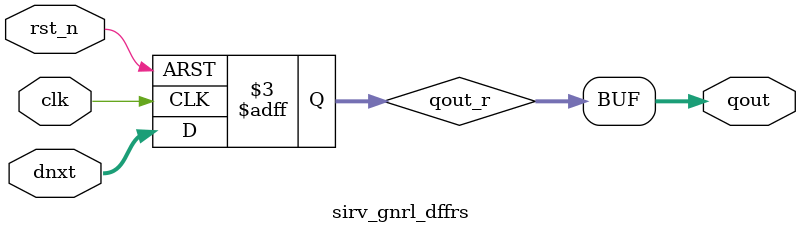
<source format=v>
module sirv_gnrl_dffrs # (
  parameter DW = 32
) (

  input      [DW-1:0] dnxt,
  output     [DW-1:0] qout,

  input               clk,
  input               rst_n
);

reg [DW-1:0] qout_r;

always @(posedge clk or negedge rst_n)
begin : DFFRS_PROC
  if (rst_n == 1'b0)
    qout_r <= {DW{1'b1}};
  else                  
    qout_r <= dnxt;
end

assign qout = qout_r;

endmodule

</source>
